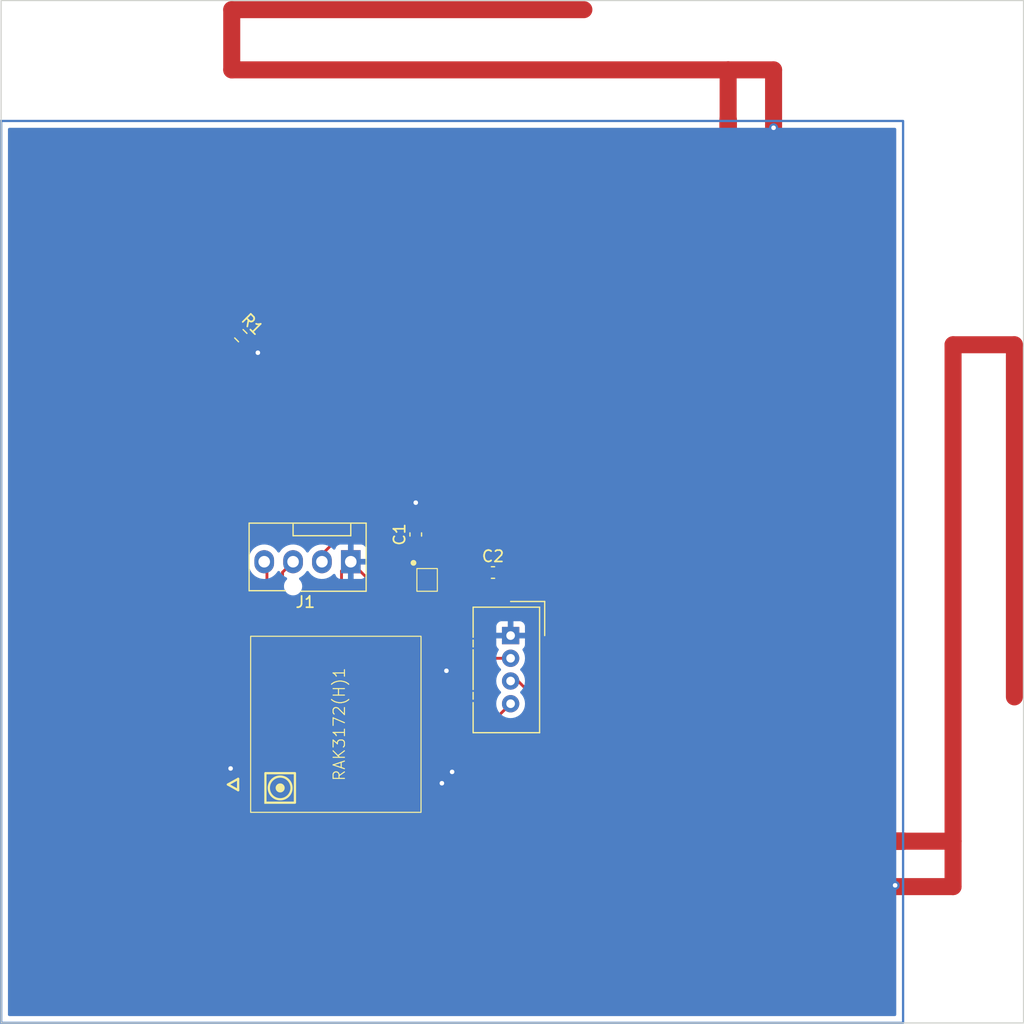
<source format=kicad_pcb>
(kicad_pcb (version 20221018) (generator pcbnew)
  (layers (0 "F.Cu" signal) (31 "B.Cu" signal) (34 "B.Paste" user) (35 "F.Paste" user) (36 "B.SilkS" user "B.Silkscreen") (37 "F.SilkS" user "F.Silkscreen") (38 "B.Mask" user) (39 "F.Mask" user) (44 "Edge.Cuts" user))
  (net 0 "")
  (net 1 "/VIN")
  (net 2 "GND")
  (net 3 "+3.3V")
  (net 4 "/RX")
  (net 5 "/TX")
  (net 6 "/S1")
  (net 7 "/S2")
  (net 15 "/RF_OUT")
  (footprint "Capacitor_SMD:C_0603_1608Metric" (layer "F.Cu") (at 83.4 97.2)
    (fp_text reference "C2" (at 0 -1.43) (layer "F.SilkS"))
    (fp_text value "10uF")
    (fp_line (start -0.14058 -0.51) (end 0.14058 -0.51) (stroke (width 0.12)) (layer "F.SilkS"))
    (fp_line (start -0.14058 0.51) (end 0.14058 0.51) (stroke (width 0.12)) (layer "F.SilkS"))
    (pad "1" smd roundrect (at -0.775 0) (size 0.9 0.95) (layers "F.Cu" "F.Paste" "F.Mask") (net 3 "+3.3V"))
    (pad "2" smd roundrect (at 0.775 0) (size 0.9 0.95) (layers "F.Cu" "F.Paste" "F.Mask") (net 2 "GND"))
  )
  (footprint "Capacitor_SMD:C_0603_1608Metric" (layer "F.Cu") (at 76.6 93.85 90)
    (fp_text reference "C1" (at 0 -1.43 90) (layer "F.SilkS"))
    (fp_text value "10uF")
    (fp_line (start -0.14058 -0.51) (end 0.14058 -0.51) (stroke (width 0.12)) (layer "F.SilkS"))
    (fp_line (start -0.14058 0.51) (end 0.14058 0.51) (stroke (width 0.12)) (layer "F.SilkS"))
    (pad "1" smd roundrect (at -0.775 0 90) (size 0.9 0.95) (layers "F.Cu" "F.Paste" "F.Mask") (net 1 "/VIN"))
    (pad "2" smd roundrect (at 0.775 0 90) (size 0.9 0.95) (layers "F.Cu" "F.Paste" "F.Mask") (net 2 "GND"))
  )
  (footprint "00_lib:RAK3172" (layer "F.Cu") (at 70.364199 110.562223 90)
    (fp_text reference "RAK3172(H)1" (at 0 -0.5 90 unlocked) (layer "F.SilkS") (effects (font (thickness 0.1))))
    (fp_text value "~" hide)
    (fp_line (start -5.8 -9.4) (end -4.8 -9.4) (stroke (width 0.2)) (layer "F.SilkS"))
    (fp_line (start -5.3 -10.3) (end -5.8 -9.4) (stroke (width 0.2)) (layer "F.SilkS"))
    (fp_line (start -4.8 -9.4) (end -5.3 -10.3) (stroke (width 0.2)) (layer "F.SilkS"))
    (fp_rect (start -7.75 -8.3) (end 7.75 6.7) (stroke (width 0.1)) (fill none) (layer "F.SilkS"))
    (fp_rect (start -6.9 -7) (end -4.3 -4.4) (stroke (width 0.2)) (fill none) (layer "F.SilkS"))
    (fp_circle (center -5.6 -5.7) (end -5.3 -5.7) (stroke (width 0.2)) (fill solid) (layer "F.SilkS"))
    (fp_circle (center -5.6 -5.7) (end -4.6 -5.7) (stroke (width 0.2)) (fill none) (layer "F.SilkS"))
    (pad "1" smd rect (at 5.75 -8.2125 180) (size 1.825 0.7) (layers "F.Cu" "F.Paste" "F.Mask"))
    (pad "2" smd rect (at 4.75 -8.2 180) (size 1.825 0.7) (layers "F.Cu" "F.Paste" "F.Mask"))
    (pad "3" smd rect (at 3.75 -8.2 180) (size 1.825 0.7) (layers "F.Cu" "F.Paste" "F.Mask"))
    (pad "4" smd rect (at 2.75 -8.2 180) (size 1.825 0.7) (layers "F.Cu" "F.Paste" "F.Mask") (net 4 "/RX"))
    (pad "5" smd rect (at 1.75 -8.2 180) (size 1.825 0.7) (layers "F.Cu" "F.Paste" "F.Mask") (net 5 "/TX"))
    (pad "6" smd rect (at 0.75 -8.2 180) (size 1.825 0.7) (layers "F.Cu" "F.Paste" "F.Mask"))
    (pad "7" smd rect (at -0.25 -8.2 180) (size 1.825 0.7) (layers "F.Cu" "F.Paste" "F.Mask"))
    (pad "8" smd rect (at -1.25 -8.2 180) (size 1.825 0.7) (layers "F.Cu" "F.Paste" "F.Mask"))
    (pad "9" smd rect (at -2.25 -8.1875 180) (size 1.825 0.7) (layers "F.Cu" "F.Paste" "F.Mask") (net 6 "/S1"))
    (pad "10" smd rect (at -3.25 -8.1875 180) (size 1.825 0.7) (layers "F.Cu" "F.Paste" "F.Mask") (net 7 "/S2"))
    (pad "11" smd rect (at -4.25 -8.1875 180) (size 1.825 0.7) (layers "F.Cu" "F.Paste" "F.Mask") (net 2 "GND"))
    (pad "12" smd rect (at -5.25 -8.1875 180) (size 1.825 0.7) (layers "F.Cu" "F.Paste" "F.Mask") (net 15 "/RF_OUT"))
    (pad "13" smd rect (at -7.6625 -0.3 270) (size 1.825 0.7) (layers "F.Cu" "F.Paste" "F.Mask"))
    (pad "14" smd rect (at -7.65 0.7 270) (size 1.825 0.7) (layers "F.Cu" "F.Paste" "F.Mask"))
    (pad "15" smd rect (at -7.65 1.7 270) (size 1.825 0.7) (layers "F.Cu" "F.Paste" "F.Mask"))
    (pad "16" smd rect (at -7.65 2.7 270) (size 1.825 0.7) (layers "F.Cu" "F.Paste" "F.Mask"))
    (pad "17" smd rect (at -5.25 6.6125) (size 1.825 0.7) (layers "F.Cu" "F.Paste" "F.Mask") (net 2 "GND"))
    (pad "18" smd rect (at -4.25 6.6) (size 1.825 0.7) (layers "F.Cu" "F.Paste" "F.Mask") (net 2 "GND"))
    (pad "19" smd rect (at -3.25 6.6) (size 1.825 0.7) (layers "F.Cu" "F.Paste" "F.Mask"))
    (pad "20" smd rect (at 1.75 6.6125) (size 1.825 0.7) (layers "F.Cu" "F.Paste" "F.Mask"))
    (pad "21" smd rect (at 2.75 6.6) (size 1.825 0.7) (layers "F.Cu" "F.Paste" "F.Mask"))
    (pad "22" smd rect (at 3.75 6.6) (size 1.825 0.7) (layers "F.Cu" "F.Paste" "F.Mask"))
    (pad "23" smd rect (at 4.75 6.6) (size 1.825 0.7) (layers "F.Cu" "F.Paste" "F.Mask") (net 2 "GND"))
    (pad "24" smd rect (at 5.75 6.6) (size 1.825 0.7) (layers "F.Cu" "F.Paste" "F.Mask") (net 3 "+3.3V"))
    (pad "25" smd rect (at 7.65 2.7 270) (size 1.825 0.7) (layers "F.Cu" "F.Paste" "F.Mask"))
    (pad "26" smd rect (at 7.65 1.7 270) (size 1.825 0.7) (layers "F.Cu" "F.Paste" "F.Mask"))
    (pad "27" smd rect (at 7.65 0.7 270) (size 1.825 0.7) (layers "F.Cu" "F.Paste" "F.Mask"))
    (pad "28" smd rect (at 7.65 -0.3 270) (size 1.825 0.7) (layers "F.Cu" "F.Paste" "F.Mask") (net 2 "GND"))
    (pad "29" smd rect (at 7.65 -1.3 270) (size 1.825 0.7) (layers "F.Cu" "F.Paste" "F.Mask"))
    (pad "30" smd rect (at 7.65 -2.3 270) (size 1.825 0.7) (layers "F.Cu" "F.Paste" "F.Mask"))
    (pad "31" smd rect (at 7.65 -3.3 270) (size 1.825 0.7) (layers "F.Cu" "F.Paste" "F.Mask"))
    (pad "32" smd rect (at 7.6375 -4.3 270) (size 1.825 0.7) (layers "F.Cu" "F.Paste" "F.Mask"))
  )
  (footprint "Connector:FanPinHeader_1x04_P2.54mm_Vertical" (layer "F.Cu") (at 70.88 96.25 180)
    (fp_text reference "J1" (at 4 -3.55) (layer "F.SilkS"))
    (fp_text value "UART")
    (fp_line (start -1.35 -2.6) (end 4.4 -2.6) (stroke (width 0.12)) (layer "F.SilkS"))
    (fp_line (start -1.35 3.4) (end -1.35 -2.6) (stroke (width 0.12)) (layer "F.SilkS"))
    (fp_line (start 0 2.29) (end 5.08 2.29) (stroke (width 0.12)) (layer "F.SilkS"))
    (fp_line (start 0 3.3) (end 0 2.29) (stroke (width 0.12)) (layer "F.SilkS"))
    (fp_line (start 5.08 2.29) (end 5.08 3.3) (stroke (width 0.12)) (layer "F.SilkS"))
    (fp_line (start 5.75 -2.55) (end 8.95 -2.55) (stroke (width 0.12)) (layer "F.SilkS"))
    (fp_line (start 8.95 -2.55) (end 8.95 3.4) (stroke (width 0.12)) (layer "F.SilkS"))
    (fp_line (start 8.95 3.4) (end -1.35 3.4) (stroke (width 0.12)) (layer "F.SilkS"))
    (pad "" np_thru_hole circle (at 5.08 -2.16 270) (size 1.1 1.1) (drill 1.1) (layers "*.Cu" "*.Mask"))
    (pad "1" thru_hole rect (at 0 0 270) (size 2.03 1.73) (drill 1.02) (layers "*.Cu" "*.Mask") (net 2 "GND"))
    (pad "2" thru_hole oval (at 2.54 0 270) (size 2.03 1.73) (drill 1.02) (layers "*.Cu" "*.Mask") (net 1 "/VIN"))
    (pad "3" thru_hole oval (at 5.08 0 270) (size 2.03 1.73) (drill 1.02) (layers "*.Cu" "*.Mask") (net 5 "/TX"))
    (pad "4" thru_hole oval (at 7.62 0 270) (size 2.03 1.73) (drill 1.02) (layers "*.Cu" "*.Mask") (net 4 "/RX"))
  )
  (footprint "Resistor_SMD:R_0603_1608Metric" (layer "F.Cu") (at 61.2 76.35 -45)
    (fp_text reference "R1" (at 0 -1.43 135) (layer "F.SilkS"))
    (fp_text value "R")
    (fp_line (start -0.237258 -0.5225) (end 0.237258 -0.5225) (stroke (width 0.12)) (layer "F.SilkS"))
    (fp_line (start -0.237258 0.5225) (end 0.237258 0.5225) (stroke (width 0.12)) (layer "F.SilkS"))
    (pad "1" smd roundrect (at -0.825 0 315) (size 0.8 0.95) (layers "F.Cu" "F.Paste" "F.Mask") (net 15 "/RF_OUT"))
    (pad "2" smd roundrect (at 0.825 0 315) (size 0.8 0.95) (layers "F.Cu" "F.Paste" "F.Mask") (net 2 "GND"))
  )
  (footprint "00_lib:STLQ020" (layer "F.Cu") (at 77.65 97.9)
    (fp_text reference "U1" hide)
    (fp_text value "~" hide)
    (fp_rect (start -0.95 -1.05) (end 0.85 0.95) (stroke (width 0.1)) (fill none) (layer "F.SilkS"))
    (fp_circle (center -1.25 -1.55) (end -1 -1.55) (stroke (width 0.01)) (fill solid) (layer "F.SilkS"))
    (pad "1" smd rect (at -1.075 -0.7) (size 0.85 0.4) (layers "F.Cu" "F.Paste" "F.Mask") (net 1 "/VIN"))
    (pad "2" smd rect (at -1.075 -0.05) (size 0.85 0.4) (layers "F.Cu" "F.Paste" "F.Mask") (net 2 "GND"))
    (pad "3" smd rect (at -1.075 0.6) (size 0.85 0.4) (layers "F.Cu" "F.Paste" "F.Mask") (net 1 "/VIN"))
    (pad "4" smd rect (at 0.975 0.6) (size 0.85 0.4) (layers "F.Cu" "F.Paste" "F.Mask"))
    (pad "5" smd rect (at 0.975 -0.7) (size 0.85 0.4) (layers "F.Cu" "F.Paste" "F.Mask") (net 3 "+3.3V"))
  )
  (footprint "Connector:NS-Tech_Grove_1x04_P2mm_Vertical" (layer "F.Cu") (at 84.95 102.75)
    (fp_text reference "J2" hide)
    (fp_text value "I2C")
    (fp_line (start -3.3 -2.5) (end -3.3 0.15) (stroke (width 0.12)) (layer "F.SilkS"))
    (fp_line (start -3.3 -2.5) (end 2.55 -2.5) (stroke (width 0.12)) (layer "F.SilkS"))
    (fp_line (start -3.3 0.4) (end -3.3 1) (stroke (width 0.12)) (layer "F.SilkS"))
    (fp_line (start -3.3 1.25) (end -3.3 4.75) (stroke (width 0.12)) (layer "F.SilkS"))
    (fp_line (start -3.3 5) (end -3.3 5.6) (stroke (width 0.12)) (layer "F.SilkS"))
    (fp_line (start -3.3 5.9) (end -3.3 8.55) (stroke (width 0.12)) (layer "F.SilkS"))
    (fp_line (start -3.3 8.55) (end 2.55 8.55) (stroke (width 0.12)) (layer "F.SilkS"))
    (fp_line (start 0 -3) (end 3 -3) (stroke (width 0.12)) (layer "F.SilkS"))
    (fp_line (start 2.55 -2.5) (end 2.55 8.55) (stroke (width 0.12)) (layer "F.SilkS"))
    (fp_line (start 3 -3) (end 3 0) (stroke (width 0.12)) (layer "F.SilkS"))
    (pad "1" thru_hole rect (at 0 0) (size 1.524 1.524) (drill 0.762) (layers "*.Cu" "*.Mask") (net 2 "GND"))
    (pad "2" thru_hole circle (at 0 2) (size 1.524 1.524) (drill 0.762) (layers "*.Cu" "*.Mask") (net 3 "+3.3V"))
    (pad "3" thru_hole circle (at 0 4) (size 1.524 1.524) (drill 0.762) (layers "*.Cu" "*.Mask") (net 7 "/S2"))
    (pad "4" thru_hole circle (at 0 6) (size 1.524 1.524) (drill 0.762) (layers "*.Cu" "*.Mask") (net 6 "/S1"))
  )
  (gr_line (start 60.4 52.95) (end 60.4 47.65) (stroke (width 1.5)) (layer "F.Cu"))
  (gr_line (start 56.1 71.35) (end 56.1 121.35) (stroke (width 1.55)) (layer "F.Cu"))
  (gr_line (start 91.4 47.65) (end 60.4 47.65) (stroke (width 1.5)) (layer "F.Cu"))
  (gr_line (start 123.9 77.15) (end 129.3 77.15) (stroke (width 1.5)) (layer "F.Cu"))
  (gr_line (start 129.3 108.15) (end 129.3 77.15) (stroke (width 1.5)) (layer "F.Cu"))
  (gr_line (start 123.9 120.85) (end 123.9 77.15) (stroke (width 1.5)) (layer "F.Cu"))
  (gr_line (start 56.1 71.35) (end 60.5 75.75) (stroke (width 1.55)) (layer "F.Cu"))
  (gr_poly (pts (xy 61.3 115.55) (xy 60.3 116.25) (xy 61.2 117.15) (xy 62.039199 116.25) (xy 61.3 116.25)) (stroke (width 0.2)) (fill solid) (layer "F.Cu"))
  (gr_line (start 123.9 120.85) (end 123.9 124.85) (stroke (width 1.5)) (layer "F.Cu"))
  (gr_line (start 108.1 52.95) (end 108.1 58.05) (stroke (width 1.5)) (layer "F.Cu"))
  (gr_line (start 104.1 52.95) (end 60.4 52.95) (stroke (width 1.5)) (layer "F.Cu"))
  (gr_line (start 104.1 57.35) (end 104.1 52.95) (stroke (width 1.5)) (layer "F.Cu"))
  (gr_line (start 104.1 120.85) (end 119.5 120.85) (stroke (width 1.55)) (layer "F.Cu"))
  (gr_line (start 123.9 124.85) (end 118.8 124.85) (stroke (width 1.5)) (layer "F.Cu"))
  (gr_line (start 56.6 121.35) (end 103.2 121.35) (stroke (width 2.65)) (layer "F.Cu"))
  (gr_line (start 56.1 121.35) (end 60.8 116.65) (stroke (width 1.55)) (layer "F.Cu"))
  (gr_line (start 104.1 71.35) (end 104.1 57.35) (stroke (width 1.55)) (layer "F.Cu"))
  (gr_line (start 104.1 52.95) (end 108.1 52.95) (stroke (width 1.5)) (layer "F.Cu"))
  (gr_line (start 104.1 71.35) (end 104.1 120.85) (stroke (width 1.55)) (layer "F.Cu"))
  (gr_line (start 56.6 71.35) (end 103.5 71.35) (stroke (width 2.65)) (layer "F.Cu"))
  (gr_line (start 119.5 120.85) (end 123.9 120.85) (stroke (width 1.5)) (layer "F.Cu"))
  (gr_rect (start 40.1 57.45) (end 119.5 136.85) (stroke (width 0.2)) (fill none) (layer "B.Cu"))
  (gr_rect (start 40.1 46.85) (end 130.1 136.85) (stroke (width 0.1)) (fill none) (layer "Edge.Cuts"))
  (segment (start 63.327382 78.577382) (end 63.427382 78.577382) (width 0) (layer "F.Cu") (net 0))
  (segment (start 72.9 94.15) (end 75.95 97.2) (width 0.25) (layer "F.Cu") (net 1))
  (segment (start 68.34 96.25) (end 68.34 95.61) (width 0.25) (layer "F.Cu") (net 1))
  (segment (start 76.575 94.65) (end 76.6 94.625) (width 0.25) (layer "F.Cu") (net 1))
  (segment (start 76.575 97.2) (end 76.575 94.65) (width 0.25) (layer "F.Cu") (net 1))
  (segment (start 69.8 94.15) (end 72.9 94.15) (width 0.25) (layer "F.Cu") (net 1))
  (segment (start 75.95 97.2) (end 76.575 97.2) (width 0.25) (layer "F.Cu") (net 1))
  (segment (start 68.34 95.61) (end 69.8 94.15) (width 0.25) (layer "F.Cu") (net 1))
  (segment (start 78.837777 115.812223) (end 78.9 115.75) (width 0.25) (layer "F.Cu") (net 2))
  (segment (start 70.064199 97.065801) (end 70.064199 102.912223) (width 0.25) (layer "F.Cu") (net 2))
  (segment (start 79.262223 105.812223) (end 79.3 105.85) (width 0.25) (layer "F.Cu") (net 2))
  (segment (start 61.783363 76.933363) (end 62.7 77.85) (width 1.55) (layer "F.Cu") (net 2))
  (segment (start 76.964199 114.812223) (end 76.964199 115.799723) (width 0.25) (layer "F.Cu") (net 2))
  (segment (start 84.174999 97.2) (end 84 97.2) (width 0.25) (layer "F.Cu") (net 2))
  (segment (start 62.176699 114.812223) (end 60.662223 114.812223) (width 0.25) (layer "F.Cu") (net 2))
  (segment (start 72.48 97.85) (end 70.88 96.25) (width 0.25) (layer "F.Cu") (net 2))
  (segment (start 79.737777 114.812223) (end 79.8 114.75) (width 0.25) (layer "F.Cu") (net 2))
  (segment (start 76.6 93.075) (end 76.6 91.05) (width 0.25) (layer "F.Cu") (net 2))
  (segment (start 76.575 97.85) (end 72.48 97.85) (width 0.25) (layer "F.Cu") (net 2))
  (segment (start 70.88 96.25) (end 70.064199 97.065801) (width 0.25) (layer "F.Cu") (net 2))
  (segment (start 76.964199 115.799723) (end 76.976699 115.812223) (width 0.25) (layer "F.Cu") (net 2))
  (segment (start 76.964199 105.812223) (end 79.262223 105.812223) (width 0.25) (layer "F.Cu") (net 2))
  (segment (start 76.964199 114.812223) (end 79.737777 114.812223) (width 0.25) (layer "F.Cu") (net 2))
  (segment (start 60.662223 114.812223) (end 60.3 114.45) (width 0.25) (layer "F.Cu") (net 2))
  (segment (start 84.95 97.975) (end 84.95 102.75) (width 0.25) (layer "F.Cu") (net 2))
  (segment (start 84.175 97.2) (end 84.95 97.975) (width 0.25) (layer "F.Cu") (net 2))
  (segment (start 76.976699 115.812223) (end 78.837777 115.812223) (width 0.25) (layer "F.Cu") (net 2))
  (via (at 76.6 91.05) (size 0.8) (drill 0.4) (layers "F.Cu" "B.Cu") (net 2))
  (via (at 118.8 124.738722) (size 0.8) (drill 0.4) (layers "F.Cu" "B.Cu") (net 2))
  (via (at 62.7 77.85) (size 0.8) (drill 0.4) (layers "F.Cu" "B.Cu") (net 2))
  (via (at 78.9 115.75) (size 0.8) (drill 0.4) (layers "F.Cu" "B.Cu") (net 2))
  (via (at 108.1 58.05) (size 0.8) (drill 0.4) (layers "F.Cu" "B.Cu") (net 2))
  (via (at 60.3 114.45) (size 0.8) (drill 0.4) (layers "F.Cu" "B.Cu") (net 2))
  (via (at 79.8 114.75) (size 0.8) (drill 0.4) (layers "F.Cu" "B.Cu") (net 2))
  (via (at 79.3 105.85) (size 0.8) (drill 0.4) (layers "F.Cu" "B.Cu") (net 2))
  (segment (start 76.964199 104.812223) (end 78.564199 104.812223) (width 0.25) (layer "F.Cu") (net 3))
  (segment (start 78.625 97.2) (end 82.575 97.2) (width 0.25) (layer "F.Cu") (net 3))
  (segment (start 80.137777 104.812223) (end 78.564199 104.812223) (width 0.25) (layer "F.Cu") (net 3))
  (segment (start 80.9 104.05) (end 80.137777 104.812223) (width 0.25) (layer "F.Cu") (net 3))
  (segment (start 80.2 104.75) (end 84.95 104.75) (width 0.25) (layer "F.Cu") (net 3))
  (segment (start 78.625 97.2) (end 80.9 99.475) (width 0.25) (layer "F.Cu") (net 3))
  (segment (start 82.65 97.175) (end 82.625 97.2) (width 0.25) (layer "F.Cu") (net 3))
  (segment (start 80.9 99.475) (end 80.9 104.05) (width 0.25) (layer "F.Cu") (net 3))
  (segment (start 80.137777 104.812223) (end 80.2 104.75) (width 0.25) (layer "F.Cu") (net 3))
  (segment (start 63.26 96.25) (end 63.5 96.49) (width 0.25) (layer "F.Cu") (net 4))
  (segment (start 63.5 96.49) (end 63.5 107.638922) (width 0.25) (layer "F.Cu") (net 4))
  (segment (start 63.326699 107.812223) (end 62.164199 107.812223) (width 0.25) (layer "F.Cu") (net 4))
  (segment (start 63.5 107.638922) (end 63.326699 107.812223) (width 0.25) (layer "F.Cu") (net 4))
  (segment (start 65.8 96.25) (end 64.875 97.175) (width 0.25) (layer "F.Cu") (net 5))
  (segment (start 64.875 107.263922) (end 63.326699 108.812223) (width 0.25) (layer "F.Cu") (net 5))
  (segment (start 64.875 97.175) (end 64.875 107.263922) (width 0.25) (layer "F.Cu") (net 5))
  (segment (start 63.326699 108.812223) (end 62.164199 108.812223) (width 0.25) (layer "F.Cu") (net 5))
  (segment (start 84.95 108.75) (end 81.9 111.8) (width 0.25) (layer "F.Cu") (net 6))
  (segment (start 63.437777 112.812223) (end 62.176699 112.812223) (width 0.25) (layer "F.Cu") (net 6))
  (segment (start 64.45 111.8) (end 63.437777 112.812223) (width 0.25) (layer "F.Cu") (net 6))
  (segment (start 81.9 111.8) (end 64.45 111.8) (width 0.25) (layer "F.Cu") (net 6))
  (segment (start 85.6 106.75) (end 84.95 106.75) (width 0.25) (layer "F.Cu") (net 7))
  (segment (start 86.9 108.05) (end 85.6 106.75) (width 0.25) (layer "F.Cu") (net 7))
  (segment (start 84.2 112.25) (end 86.9 109.55) (width 0.25) (layer "F.Cu") (net 7))
  (segment (start 62.176699 113.812223) (end 74.937777 113.812223) (width 0.25) (layer "F.Cu") (net 7))
  (segment (start 76.5 112.25) (end 84.2 112.25) (width 0.25) (layer "F.Cu") (net 7))
  (segment (start 86.9 109.55) (end 86.9 108.05) (width 0.25) (layer "F.Cu") (net 7))
  (segment (start 74.937777 113.812223) (end 76.5 112.25) (width 0.25) (layer "F.Cu") (net 7))
  (zone (net 2) (net_name "GND") (layer "B.Cu") (connect_pads (clearance 0.5)) (min_thickness 0.25) (fill yes (thermal_gap 0.5) (thermal_bridge_width 0.5))
    (polygon (pts (xy 40.1 57.45) (xy 119.5 57.45) (xy 119.5 136.85) (xy 40.1 136.85)))
  )
)
</source>
